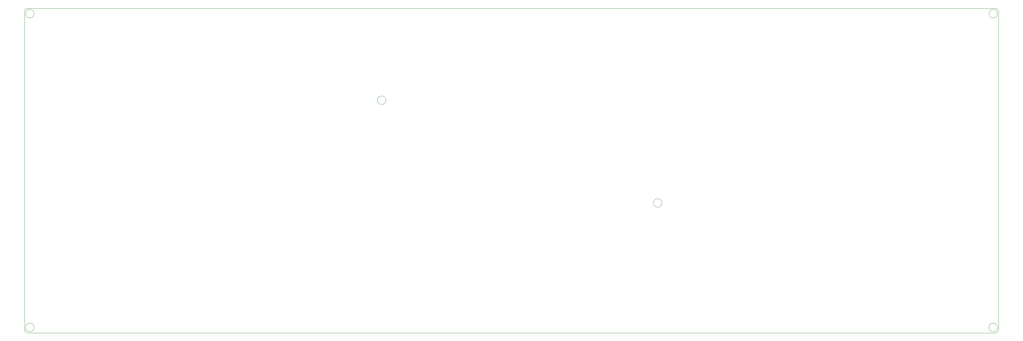
<source format=gbr>
%TF.GenerationSoftware,KiCad,Pcbnew,8.0.1*%
%TF.CreationDate,2024-05-19T22:36:38-06:00*%
%TF.ProjectId,60_Keyboard,36305f4b-6579-4626-9f61-72642e6b6963,rev?*%
%TF.SameCoordinates,Original*%
%TF.FileFunction,Profile,NP*%
%FSLAX46Y46*%
G04 Gerber Fmt 4.6, Leading zero omitted, Abs format (unit mm)*
G04 Created by KiCad (PCBNEW 8.0.1) date 2024-05-19 22:36:38*
%MOMM*%
%LPD*%
G01*
G04 APERTURE LIST*
%TA.AperFunction,Profile*%
%ADD10C,0.050000*%
%TD*%
G04 APERTURE END LIST*
D10*
X365102000Y-166677000D02*
G75*
G02*
X364308300Y-167470700I-793700J0D01*
G01*
X364308300Y-72226700D02*
G75*
G02*
X365102000Y-73020400I0J-793700D01*
G01*
X364308300Y-167470700D02*
X80163700Y-167470700D01*
X365102000Y-73020400D02*
X365102000Y-166677000D01*
X266345800Y-129373100D02*
G75*
G02*
X263845800Y-129373100I-1250000J0D01*
G01*
X263845800Y-129373100D02*
G75*
G02*
X266345800Y-129373100I1250000J0D01*
G01*
X79370000Y-73020400D02*
X79370000Y-166677000D01*
X364764600Y-165883300D02*
G75*
G02*
X362264600Y-165883300I-1250000J0D01*
G01*
X362264600Y-165883300D02*
G75*
G02*
X364764600Y-165883300I1250000J0D01*
G01*
X364764600Y-73814100D02*
G75*
G02*
X362264600Y-73814100I-1250000J0D01*
G01*
X362264600Y-73814100D02*
G75*
G02*
X364764600Y-73814100I1250000J0D01*
G01*
X82207400Y-165883300D02*
G75*
G02*
X79707400Y-165883300I-1250000J0D01*
G01*
X79707400Y-165883300D02*
G75*
G02*
X82207400Y-165883300I1250000J0D01*
G01*
X80163700Y-167470700D02*
G75*
G02*
X79370000Y-166677000I0J793700D01*
G01*
X82207400Y-73814100D02*
G75*
G02*
X79707400Y-73814100I-1250000J0D01*
G01*
X79707400Y-73814100D02*
G75*
G02*
X82207400Y-73814100I1250000J0D01*
G01*
X80163700Y-72226700D02*
X364308300Y-72226700D01*
X185388400Y-99212500D02*
G75*
G02*
X182888400Y-99212500I-1250000J0D01*
G01*
X182888400Y-99212500D02*
G75*
G02*
X185388400Y-99212500I1250000J0D01*
G01*
X79370000Y-73020400D02*
G75*
G02*
X80163700Y-72226700I793700J0D01*
G01*
M02*

</source>
